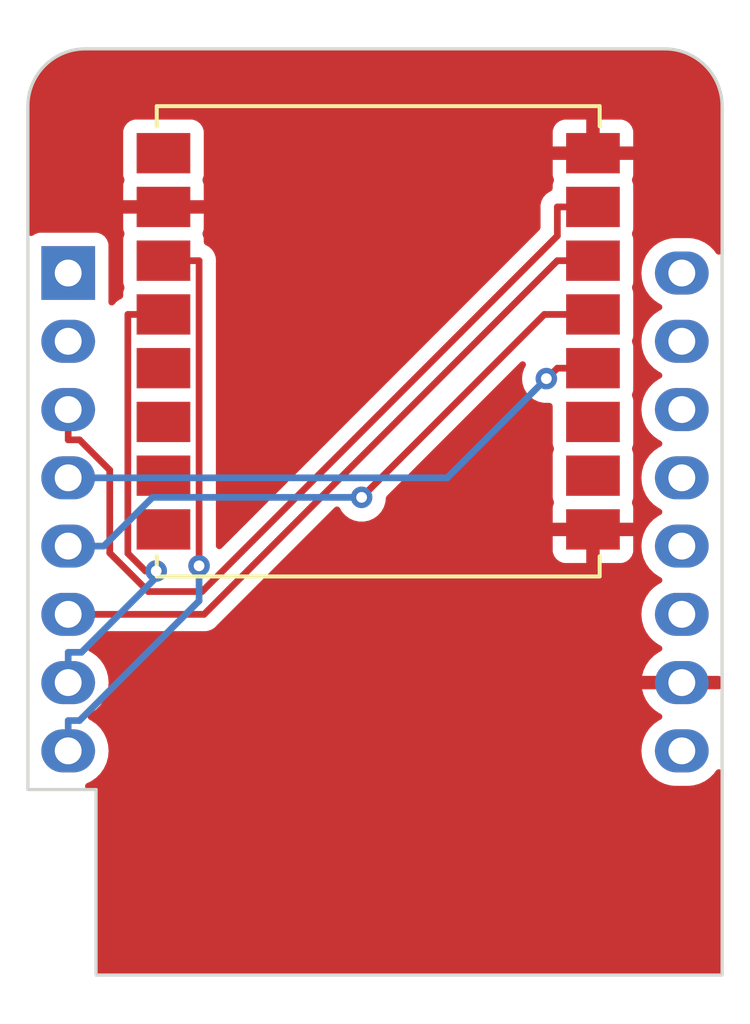
<source format=kicad_pcb>
(kicad_pcb (version 20221018) (generator pcbnew)
  (layers (0 "F.Cu" signal) (31 "B.Cu" signal) (34 "B.Paste" user) (35 "F.Paste" user) (36 "B.SilkS" user "B.Silkscreen") (37 "F.SilkS" user "F.Silkscreen") (38 "B.Mask" user) (39 "F.Mask" user) (44 "Edge.Cuts" user))
  (net 0 "")
  (net 3 "Net-(U1-D0)")
  (net 4 "Net-(U1-SCK{slash}D5)")
  (net 5 "Net-(U1-MISO{slash}D6)")
  (net 6 "Net-(U1-MOSI{slash}D7)")
  (net 7 "Net-(U1-CS{slash}D8)")
  (net 8 "+3.3V")
  (net 10 "GND")
  (footprint "RF_Module:Ai-Thinker-Ra-01-LoRa" (layer "F.Cu") (at 113.15 78.74)
    (fp_text reference "U2" hide)
    (fp_text value "Ai-Thinker-Ra-01" hide)
    (fp_line (start -8.25 -8.75) (end 8.25 -8.75) (stroke (width 0.15)) (layer "F.SilkS"))
    (fp_line (start -8.25 -8) (end -8.25 -8.75) (stroke (width 0.15)) (layer "F.SilkS"))
    (fp_line (start -8.25 8) (end -8.25 8.75) (stroke (width 0.15)) (layer "F.SilkS"))
    (fp_line (start -8.25 8.75) (end 8.25 8.75) (stroke (width 0.15)) (layer "F.SilkS"))
    (fp_line (start 8.25 -8.75) (end 8.25 -8) (stroke (width 0.15)) (layer "F.SilkS"))
    (fp_line (start 8.25 8.75) (end 8.25 8) (stroke (width 0.15)) (layer "F.SilkS"))
    (pad "1" smd rect (at -8 -7) (size 2 1.5) (layers "F.Cu" "F.Paste" "F.Mask"))
    (pad "2" smd rect (at -8 -5) (size 2 1.5) (layers "F.Cu" "F.Paste" "F.Mask") (net 10 "GND"))
    (pad "3" smd rect (at -8 -3) (size 2 1.5) (layers "F.Cu" "F.Paste" "F.Mask") (net 8 "+3.3V"))
    (pad "4" smd rect (at -8 -1) (size 2 1.5) (layers "F.Cu" "F.Paste" "F.Mask") (net 7 "Net-(U1-CS{slash}D8)"))
    (pad "5" smd rect (at -8 1) (size 2 1.5) (layers "F.Cu" "F.Paste" "F.Mask"))
    (pad "6" smd rect (at -8 3) (size 2 1.5) (layers "F.Cu" "F.Paste" "F.Mask"))
    (pad "7" smd rect (at -8 5) (size 2 1.5) (layers "F.Cu" "F.Paste" "F.Mask"))
    (pad "8" smd rect (at -8 7) (size 2 1.5) (layers "F.Cu" "F.Paste" "F.Mask"))
    (pad "9" smd rect (at 8 7) (size 2 1.5) (layers "F.Cu" "F.Paste" "F.Mask") (net 10 "GND"))
    (pad "10" smd rect (at 8 5) (size 2 1.5) (layers "F.Cu" "F.Paste" "F.Mask"))
    (pad "11" smd rect (at 8 3) (size 2 1.5) (layers "F.Cu" "F.Paste" "F.Mask"))
    (pad "12" smd rect (at 8 1) (size 2 1.5) (layers "F.Cu" "F.Paste" "F.Mask") (net 4 "Net-(U1-SCK{slash}D5)"))
    (pad "13" smd rect (at 8 -1) (size 2 1.5) (layers "F.Cu" "F.Paste" "F.Mask") (net 5 "Net-(U1-MISO{slash}D6)"))
    (pad "14" smd rect (at 8 -3) (size 2 1.5) (layers "F.Cu" "F.Paste" "F.Mask") (net 6 "Net-(U1-MOSI{slash}D7)"))
    (pad "15" smd rect (at 8 -5) (size 2 1.5) (layers "F.Cu" "F.Paste" "F.Mask") (net 3 "Net-(U1-D0)"))
    (pad "16" smd rect (at 8 -7) (size 2 1.5) (layers "F.Cu" "F.Paste" "F.Mask") (net 10 "GND"))
  )
  (footprint "Module:WEMOS_D1_mini_light" (layer "F.Cu") (at 101.6 76.2)
    (fp_text reference "U1" hide)
    (fp_text value "WeMos_D1_mini" hide)
    (fp_line (start -1.5 19.22) (end -1.5 -6.21) (stroke (width 0.12)) (layer "Edge.Cuts"))
    (fp_line (start -1.5 19.22) (end 1.04 19.22) (stroke (width 0.12)) (layer "Edge.Cuts"))
    (fp_line (start 0.63 -8.34) (end 22.23 -8.34) (stroke (width 0.12)) (layer "Edge.Cuts"))
    (fp_line (start 1.04 19.22) (end 1.04 26.12) (stroke (width 0.12)) (layer "Edge.Cuts"))
    (fp_line (start 1.04 26.12) (end 24.36 26.12) (stroke (width 0.12)) (layer "Edge.Cuts"))
    (fp_line (start 24.36 26.12) (end 24.36 -6.21) (stroke (width 0.12)) (layer "Edge.Cuts"))
    (fp_arc (start -1.5 -6.21) (mid -0.876137 -7.716137) (end 0.63 -8.34) (stroke (width 0.12)) (layer "Edge.Cuts"))
    (fp_arc (start 22.23 -8.34) (mid 23.736137 -7.716137) (end 24.36 -6.21) (stroke (width 0.12)) (layer "Edge.Cuts"))
    (pad "1" thru_hole rect (at 0 0) (size 2 2) (drill 1) (layers "*.Cu" "*.Mask"))
    (pad "2" thru_hole oval (at 0 2.54) (size 2 1.6) (drill 1) (layers "*.Cu" "*.Mask"))
    (pad "3" thru_hole oval (at 0 5.08) (size 2 1.6) (drill 1) (layers "*.Cu" "*.Mask") (net 3 "Net-(U1-D0)"))
    (pad "4" thru_hole oval (at 0 7.62) (size 2 1.6) (drill 1) (layers "*.Cu" "*.Mask") (net 4 "Net-(U1-SCK{slash}D5)"))
    (pad "5" thru_hole oval (at 0 10.16) (size 2 1.6) (drill 1) (layers "*.Cu" "*.Mask") (net 5 "Net-(U1-MISO{slash}D6)"))
    (pad "6" thru_hole oval (at 0 12.7) (size 2 1.6) (drill 1) (layers "*.Cu" "*.Mask") (net 6 "Net-(U1-MOSI{slash}D7)"))
    (pad "7" thru_hole oval (at 0 15.24) (size 2 1.6) (drill 1) (layers "*.Cu" "*.Mask") (net 7 "Net-(U1-CS{slash}D8)"))
    (pad "8" thru_hole oval (at 0 17.78) (size 2 1.6) (drill 1) (layers "*.Cu" "*.Mask") (net 8 "+3.3V"))
    (pad "9" thru_hole oval (at 22.86 17.78) (size 2 1.6) (drill 1) (layers "*.Cu" "*.Mask"))
    (pad "10" thru_hole oval (at 22.86 15.24) (size 2 1.6) (drill 1) (layers "*.Cu" "*.Mask") (net 10 "GND"))
    (pad "11" thru_hole oval (at 22.86 12.7) (size 2 1.6) (drill 1) (layers "*.Cu" "*.Mask"))
    (pad "12" thru_hole oval (at 22.86 10.16) (size 2 1.6) (drill 1) (layers "*.Cu" "*.Mask"))
    (pad "13" thru_hole oval (at 22.86 7.62) (size 2 1.6) (drill 1) (layers "*.Cu" "*.Mask"))
    (pad "14" thru_hole oval (at 22.86 5.08) (size 2 1.6) (drill 1) (layers "*.Cu" "*.Mask"))
    (pad "15" thru_hole oval (at 22.86 2.54) (size 2 1.6) (drill 1) (layers "*.Cu" "*.Mask"))
    (pad "16" thru_hole oval (at 22.86 0) (size 2 1.6) (drill 1) (layers "*.Cu" "*.Mask"))
  )
  (gr_line (start 123.83 67.86) (end 123.84 67.86) (stroke (width 0.1)) (layer "Edge.Cuts"))
  (segment (start 103.149 86.6167) (end 104.5848 88.0525) (width 0.25) (layer "F.Cu") (net 3))
  (segment (start 101.6 81.28) (end 101.6 82.4069) (width 0.25) (layer "F.Cu") (net 3))
  (segment (start 106.5875 88.0525) (end 119.8231 74.8169) (width 0.25) (layer "F.Cu") (net 3))
  (segment (start 102.0226 82.4069) (end 103.149 83.5333) (width 0.25) (layer "F.Cu") (net 3))
  (segment (start 103.149 83.5333) (end 103.149 86.6167) (width 0.25) (layer "F.Cu") (net 3))
  (segment (start 101.6 82.4069) (end 102.0226 82.4069) (width 0.25) (layer "F.Cu") (net 3))
  (segment (start 119.8231 74.8169) (end 119.8231 73.74) (width 0.25) (layer "F.Cu") (net 3))
  (segment (start 121.15 73.74) (end 119.8231 73.74) (width 0.25) (layer "F.Cu") (net 3))
  (segment (start 104.5848 88.0525) (end 106.5875 88.0525) (width 0.25) (layer "F.Cu") (net 3))
  (segment (start 119.4345 80.1286) (end 119.8231 79.74) (width 0.25) (layer "F.Cu") (net 4))
  (segment (start 121.15 79.74) (end 119.8231 79.74) (width 0.25) (layer "F.Cu") (net 4))
  (segment (start 119.4132 80.1286) (end 119.4345 80.1286) (width 0.25) (layer "F.Cu") (net 4))
  (via (at 119.4132 80.1286) (size 0.8) (drill 0.4) (layers "F.Cu" "B.Cu") (net 4))
  (segment (start 101.6 83.82) (end 115.7218 83.82) (width 0.25) (layer "B.Cu") (net 4))
  (segment (start 115.7218 83.82) (end 119.4132 80.1286) (width 0.25) (layer "B.Cu") (net 4))
  (segment (start 112.531 84.5469) (end 119.3379 77.74) (width 0.25) (layer "F.Cu") (net 5))
  (segment (start 119.3379 77.74) (end 121.15 77.74) (width 0.25) (layer "F.Cu") (net 5))
  (via (at 112.531 84.5469) (size 0.8) (drill 0.4) (layers "F.Cu" "B.Cu") (net 5))
  (segment (start 101.6 86.36) (end 102.9269 86.36) (width 0.25) (layer "B.Cu") (net 5))
  (segment (start 102.9269 86.36) (end 104.74 84.5469) (width 0.25) (layer "B.Cu") (net 5))
  (segment (start 104.74 84.5469) (end 112.531 84.5469) (width 0.25) (layer "B.Cu") (net 5))
  (segment (start 121.15 75.74) (end 119.8231 75.74) (width 0.25) (layer "F.Cu") (net 6))
  (segment (start 106.6631 88.9) (end 119.8231 75.74) (width 0.25) (layer "F.Cu") (net 6))
  (segment (start 101.6 88.9) (end 106.6631 88.9) (width 0.25) (layer "F.Cu") (net 6))
  (segment (start 103.8231 86.6316) (end 104.4787 87.2872) (width 0.25) (layer "F.Cu") (net 7))
  (segment (start 103.8231 77.74) (end 103.8231 86.6316) (width 0.25) (layer "F.Cu") (net 7))
  (segment (start 104.4787 87.2872) (end 104.8797 87.2872) (width 0.25) (layer "F.Cu") (net 7))
  (segment (start 105.15 77.74) (end 103.8231 77.74) (width 0.25) (layer "F.Cu") (net 7))
  (via (at 104.8797 87.2872) (size 0.8) (drill 0.4) (layers "F.Cu" "B.Cu") (net 7))
  (segment (start 101.6 90.3131) (end 102.0944 90.3131) (width 0.25) (layer "B.Cu") (net 7))
  (segment (start 104.8797 87.5278) (end 104.8797 87.2872) (width 0.25) (layer "B.Cu") (net 7))
  (segment (start 102.0944 90.3131) (end 104.8797 87.5278) (width 0.25) (layer "B.Cu") (net 7))
  (segment (start 101.6 91.44) (end 101.6 90.3131) (width 0.25) (layer "B.Cu") (net 7))
  (segment (start 106.4769 75.74) (end 106.4769 87.0938) (width 0.25) (layer "F.Cu") (net 8))
  (segment (start 106.4769 87.0938) (end 106.4757 87.095) (width 0.25) (layer "F.Cu") (net 8))
  (segment (start 105.15 75.74) (end 106.4769 75.74) (width 0.25) (layer "F.Cu") (net 8))
  (via (at 106.4757 87.095) (size 0.8) (drill 0.4) (layers "F.Cu" "B.Cu") (net 8))
  (segment (start 101.6 93.98) (end 101.6 92.8531) (width 0.25) (layer "B.Cu") (net 8))
  (segment (start 102.0226 92.8531) (end 106.4757 88.4) (width 0.25) (layer "B.Cu") (net 8))
  (segment (start 101.6 92.8531) (end 102.0226 92.8531) (width 0.25) (layer "B.Cu") (net 8))
  (segment (start 106.4757 88.4) (end 106.4757 87.095) (width 0.25) (layer "B.Cu") (net 8))
  (zone (net 10) (net_name "GND") (layer "F.Cu") (connect_pads (clearance 0.5)) (min_thickness 0.25) (fill yes (thermal_gap 0.5) (thermal_bridge_width 0.5))
    (polygon (pts (xy 99.06 66.04) (xy 127 66.04) (xy 127 104.14) (xy 99.06 104.14)))
  )
)
</source>
